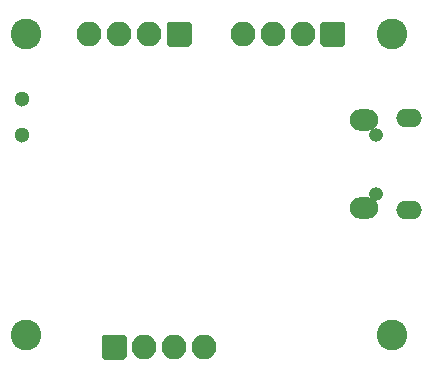
<source format=gbr>
%TF.GenerationSoftware,KiCad,Pcbnew,(5.1.10)-1*%
%TF.CreationDate,2025-06-17T20:32:59+05:30*%
%TF.ProjectId,STM32_Clone,53544d33-325f-4436-9c6f-6e652e6b6963,rev?*%
%TF.SameCoordinates,Original*%
%TF.FileFunction,Soldermask,Bot*%
%TF.FilePolarity,Negative*%
%FSLAX46Y46*%
G04 Gerber Fmt 4.6, Leading zero omitted, Abs format (unit mm)*
G04 Created by KiCad (PCBNEW (5.1.10)-1) date 2025-06-17 20:32:59*
%MOMM*%
%LPD*%
G01*
G04 APERTURE LIST*
%ADD10O,2.400000X1.850000*%
%ADD11O,2.200000X1.550000*%
%ADD12O,1.200000X1.200000*%
%ADD13C,1.300000*%
%ADD14C,2.600000*%
%ADD15O,2.100000X2.100000*%
G04 APERTURE END LIST*
D10*
%TO.C,J1*%
X113650000Y-91225000D03*
X113650000Y-83775000D03*
D11*
X117450000Y-91375000D03*
X117450000Y-83625000D03*
D12*
X114700000Y-90000000D03*
X114700000Y-85000000D03*
%TD*%
D13*
%TO.C,SW1*%
X84670000Y-85000000D03*
X84670000Y-82000000D03*
%TD*%
D14*
%TO.C,H4*%
X85000000Y-76500000D03*
%TD*%
%TO.C,H3*%
X116000000Y-76500000D03*
%TD*%
%TO.C,H2*%
X116000000Y-102000000D03*
%TD*%
%TO.C,H1*%
X85000000Y-102000000D03*
%TD*%
D15*
%TO.C,J4*%
X100120000Y-103000000D03*
X97580000Y-103000000D03*
X95040000Y-103000000D03*
G36*
G01*
X93350000Y-104050000D02*
X91650000Y-104050000D01*
G75*
G02*
X91450000Y-103850000I0J200000D01*
G01*
X91450000Y-102150000D01*
G75*
G02*
X91650000Y-101950000I200000J0D01*
G01*
X93350000Y-101950000D01*
G75*
G02*
X93550000Y-102150000I0J-200000D01*
G01*
X93550000Y-103850000D01*
G75*
G02*
X93350000Y-104050000I-200000J0D01*
G01*
G37*
%TD*%
%TO.C,J3*%
X103380000Y-76500000D03*
X105920000Y-76500000D03*
X108460000Y-76500000D03*
G36*
G01*
X110150000Y-75450000D02*
X111850000Y-75450000D01*
G75*
G02*
X112050000Y-75650000I0J-200000D01*
G01*
X112050000Y-77350000D01*
G75*
G02*
X111850000Y-77550000I-200000J0D01*
G01*
X110150000Y-77550000D01*
G75*
G02*
X109950000Y-77350000I0J200000D01*
G01*
X109950000Y-75650000D01*
G75*
G02*
X110150000Y-75450000I200000J0D01*
G01*
G37*
%TD*%
%TO.C,J2*%
X90380000Y-76500000D03*
X92920000Y-76500000D03*
X95460000Y-76500000D03*
G36*
G01*
X97150000Y-75450000D02*
X98850000Y-75450000D01*
G75*
G02*
X99050000Y-75650000I0J-200000D01*
G01*
X99050000Y-77350000D01*
G75*
G02*
X98850000Y-77550000I-200000J0D01*
G01*
X97150000Y-77550000D01*
G75*
G02*
X96950000Y-77350000I0J200000D01*
G01*
X96950000Y-75650000D01*
G75*
G02*
X97150000Y-75450000I200000J0D01*
G01*
G37*
%TD*%
M02*

</source>
